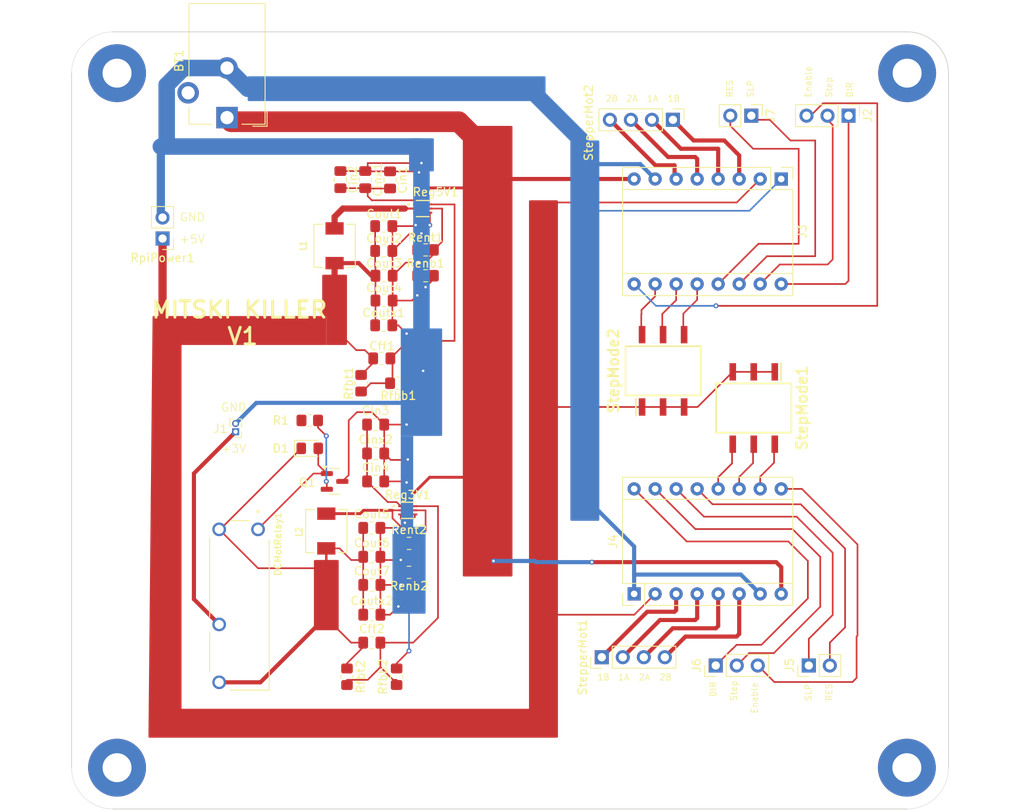
<source format=kicad_pcb>
(kicad_pcb (version 20240108) (generator "pcbnew") (generator_version "8.0")
  (layers (0 "F.Cu" signal) (31 "B.Cu" signal) (34 "B.Paste" user) (35 "F.Paste" user) (36 "B.SilkS" user "B.Silkscreen") (37 "F.SilkS" user "F.Silkscreen") (38 "B.Mask" user) (39 "F.Mask" user) (44 "Edge.Cuts" user))
  (net 0 "")
  (net 1 "GND")
  (net 2 "+12V")
  (net 3 "Net-(Reg5V1-FB)")
  (net 4 "Net-(Reg5V1-EN)")
  (net 5 "+5V")
  (net 6 "+3V")
  (net 7 "Net-(Reg3V1-FB)")
  (net 8 "Net-(Reg3V1-EN)")
  (net 9 "RPIO GPIO 17")
  (net 10 "RPIO GPIO 18")
  (net 11 "Net-(Reg5V1-SW)")
  (net 12 "Net-(Reg3V1-SW)")
  (net 13 "Net-(D1-A)")
  (net 14 "RPIO GPIO 01")
  (net 15 "RPIO GPIO 03")
  (net 16 "RPIO GPIO 02")
  (net 17 "RPIO GPIO 00")
  (net 18 "Net-(DCMotor1-+)")
  (net 19 "RPI GPIO ")
  (net 20 "Net-(J3-MS3)")
  (net 21 "Net-(J3-1A)")
  (net 22 "Net-(J3-2A)")
  (net 23 "Net-(J3-~{SLEEP})")
  (net 24 "Net-(J3-MS1)")
  (net 25 "Net-(J3-~{RESET})")
  (net 26 "Net-(J3-2B)")
  (net 27 "Net-(J3-MS2)")
  (net 28 "Net-(J3-1B)")
  (net 29 "Net-(J4-MS3)")
  (net 30 "Net-(J4-2A)")
  (net 31 "Net-(J4-~{RESET})")
  (net 32 "Net-(J4-~{SLEEP})")
  (net 33 "Net-(J4-MS2)")
  (net 34 "Net-(J4-1A)")
  (net 35 "Net-(J4-MS1)")
  (net 36 "Net-(J4-1B)")
  (net 37 "Net-(J4-2B)")
  (net 38 "Net-(Q1-B)")
  (footprint "Connector_BarrelJack:BarrelJack_CUI_PJ-102AH_Horizontal" (layer "F.Cu") (at 97.7925 44.375 180)
    (property "Reference" "BT1")
    (property "Value" "Battery")
  )
  (footprint "Capacitor_SMD:C_0805_2012Metric_Pad1.18x1.45mm_HandSolder" (layer "F.Cu") (at 116.5 73.5)
    (property "Reference" "Cff1")
    (property "Value" "33pF")
  )
  (footprint "Connector_PinHeader_1.00mm:PinHeader_1x02_P1.00mm_Vertical" (layer "F.Cu") (at 98.83 82.375 180)
    (property "Reference" "J1")
    (property "Value" "Conn_01x02")
  )
  (footprint "Connector_PinHeader_2.54mm:PinHeader_1x02_P2.54mm_Vertical" (layer "F.Cu") (at 90 59 180)
    (property "Reference" "RpiPower1")
    (property "Value" "Conn_01x02")
  )
  (footprint "Capacitor_SMD:C_0805_2012Metric_Pad1.18x1.45mm_HandSolder" (layer "F.Cu") (at 116.73625 57.5)
    (property "Reference" "Cout1")
    (property "Value" "22uF")
  )
  (footprint "Capacitor_SMD:C_0805_2012Metric_Pad1.18x1.45mm_HandSolder" (layer "F.Cu") (at 115.2925 107.875)
    (property "Reference" "Cff2")
    (property "Value" "56pF")
  )
  (footprint "Connector_PinHeader_2.54mm:PinHeader_1x04_P2.54mm_Vertical" (layer "F.Cu") (at 143.09 109.64 90)
    (property "Reference" "StepperMot1")
    (property "Value" "Conn_01x04")
  )
  (footprint "CustomLibrary:SOT5x3_DRL_TEX" (layer "F.Cu") (at 121.4416 55.374999)
    (property "Reference" "Reg5V1")
    (property "Value" "TPS566242DRLR")
  )
  (footprint "Capacitor_SMD:C_0805_2012Metric_Pad1.18x1.45mm_HandSolder" (layer "F.Cu") (at 115.2925 97.5)
    (property "Reference" "Cout6")
    (property "Value" "22uF")
  )
  (footprint "Capacitor_SMD:C_0805_2012Metric_Pad1.18x1.45mm_HandSolder" (layer "F.Cu") (at 114.5 51.875 90)
    (property "Reference" "Cinx1")
    (property "Value" "100nF")
  )
  (footprint "Connector_PinHeader_2.54mm:PinHeader_1x02_P2.54mm_Vertical" (layer "F.Cu") (at 168.115 110.64 90)
    (property "Reference" "J5")
    (property "Value" "Conn_01x02")
  )
  (footprint "Capacitor_SMD:C_0805_2012Metric_Pad1.18x1.45mm_HandSolder" (layer "F.Cu") (at 115.755 81.5)
    (property "Reference" "Cin3")
    (property "Value" "10uF")
  )
  (footprint "Resistor_SMD:R_0805_2012Metric_Pad1.20x1.40mm_HandSolder" (layer "F.Cu") (at 119.7925 95.875)
    (property "Reference" "Rent2")
    (property "Value" "100kOhm")
  )
  (footprint "DipSwitch-3Pin-219-3MST:SOP254P991X385-6N" (layer "F.Cu") (at 150.5 75 90)
    (property "Reference" "StepMode2")
    (property "Value" "219-3MST" (hide yes))
  )
  (footprint "Module:Pololu_Breakout-16_15.2x20.3mm" (layer "F.Cu") (at 147 101.98 90)
    (property "Reference" "J4")
    (property "Value" "Pololu_Breakout_A4988")
  )
  (footprint "ALDP105W:RELAY_ALDP105W" (layer "F.Cu") (at 99.2925 103.375 -90)
    (property "Reference" "DCMotRelay1")
    (property "Value" "ALDP105W")
  )
  (footprint "Resistor_SMD:R_0805_2012Metric_Pad1.20x1.40mm_HandSolder" (layer "F.Cu") (at 112.2925 112 -90)
    (property "Reference" "Rfbt2")
    (property "Value" "120kOhm")
  )
  (footprint "Connector_PinHeader_2.54mm:PinHeader_1x02_P2.54mm_Vertical" (layer "F.Cu") (at 161.165 44.14 -90)
    (property "Reference" "J7")
    (property "Value" "Conn_01x02")
  )
  (footprint "Resistor_SMD:R_0805_2012Metric_Pad1.20x1.40mm_HandSolder" (layer "F.Cu") (at 121.7925 60.375)
    (property "Reference" "Rent1")
    (property "Value" "100kOhm")
  )
  (footprint "Diode_SMD:D_0805_2012Metric_Pad1.15x1.40mm_HandSolder" (layer "F.Cu") (at 107.7925 84.375)
    (property "Reference" "D1")
    (property "Value" "1N4001")
  )
  (footprint "Capacitor_SMD:C_0805_2012Metric_Pad1.18x1.45mm_HandSolder" (layer "F.Cu") (at 115.2925 104.5)
    (property "Reference" "Coutx2")
    (property "Value" "100nF")
  )
  (footprint "Package_TO_SOT_SMD:SOT-23" (layer "F.Cu") (at 110.7925 88.375)
    (property "Reference" "Q1")
    (property "Value" "MMBT2222A")
  )
  (footprint "Resistor_SMD:R_0805_2012Metric_Pad1.20x1.40mm_HandSolder" (layer "F.Cu") (at 121.7925 63.5)
    (property "Reference" "Renb1")
    (property "Value" "15.8kOhm")
  )
  (footprint "Capacitor_SMD:C_0805_2012Metric_Pad1.18x1.45mm_HandSolder" (layer "F.Cu") (at 115.2925 94)
    (property "Reference" "Cout5")
    (property "Value" "22uF")
  )
  (footprint "Capacitor_SMD:C_0805_2012Metric_Pad1.18x1.45mm_HandSolder" (layer "F.Cu") (at 115.2925 100.895)
    (property "Reference" "Cout7")
    (property "Value" "22uF")
  )
  (footprint "Capacitor_SMD:C_0805_2012Metric_Pad1.18x1.45mm_HandSolder" (layer "F.Cu") (at 116.73625 60.5)
    (property "Reference" "Cout2")
    (property "Value" "22uF")
  )
  (footprint "Module:Pololu_Breakout-16_15.2x20.3mm" (layer "F.Cu") (at 164.78 51.8 -90)
    (property "Reference" "J3")
    (property "Value" "Pololu_Breakout_A4988")
  )
  (footprint "CustomLibrary:IND_SPM5030T-2R2M-HZ" (layer "F.Cu") (at 110.7925 59.875 -90)
    (property "Reference" "L1")
    (property "Value" "SPM5030T-2R2M-HZ")
  )
  (footprint "Capacitor_SMD:C_0805_2012Metric_Pad1.18x1.45mm_HandSolder" (layer "F.Cu") (at 115.755 85)
    (property "Reference" "Cinx2")
    (property "Value" "100nF")
  )
  (footprint "DipSwitch-3Pin-219-3MST:SOP254P991X385-6N" (layer "F.Cu") (at 161.46 79.5 -90)
    (property "Reference" "StepMode1")
    (property "Value" "219-3MST" (hide yes))
  )
  (footprint "Resistor_SMD:R_0805_2012Metric_Pad1.20x1.40mm_HandSolder" (layer "F.Cu") (at 119.7925 99.375 180)
    (property "Reference" "Renb2")
    (property "Value" "15.8kOhm")
  )
  (footprint "Capacitor_SMD:C_0805_2012Metric_Pad1.18x1.45mm_HandSolder" (layer "F.Cu") (at 116.77375 66.5)
    (property "Reference" "Cout4")
    (property "Value" "22uF")
  )
  (footprint "Connector_PinHeader_2.54mm:PinHeader_1x04_P2.54mm_Vertical" (layer "F.Cu") (at 151.69 44.64 -90)
    (property "Reference" "StepperMot2")
    (property "Value" "Conn_01x04")
  )
  (footprint "Capacitor_SMD:C_0805_2012Metric_Pad1.18x1.45mm_HandSolder" (layer "F.Cu") (at 111.5 51.875 90)
    (property "Reference" "Cin2")
    (property "Value" "10uF")
  )
  (footprint "MountingHole:MountingHole_3.5mm_Pad_TopBottom" (layer "F.Cu") (at 84.5 123)
    (property "Reference" "REF**" (hide yes))
    (property "Value" "MountingHole_3.5mm_Pad_TopBottom")
  )
  (footprint "MountingHole:MountingHole_3.5mm_Pad_TopBottom" (layer "F.Cu") (at 84.5 39)
    (property "Reference" "REF**" (hide yes))
    (property "Value" "MountingHole_3.5mm_Pad_TopBottom")
  )
  (footprint "Capacitor_SMD:C_0805_2012Metric_Pad1.18x1.45mm_HandSolder" (layer "F.Cu") (at 115.755 88.375)
    (property "Reference" "Cin4")
    (property "Value" "10uF")
  )
  (footprint "Capacitor_SMD:C_0805_2012Metric_Pad1.18x1.45mm_HandSolder" (layer "F.Cu") (at 116.77375 63.5)
    (property "Reference" "Cout3")
    (property "Value" "22uF")
  )
  (footprint "Capacitor_SMD:C_0805_2012Metric_Pad1.18x1.45mm_HandSolder" (layer "F.Cu") (at 116.73625 69.5)
    (property "Reference" "Coutx1")
    (property "Value" "100nF")
  )
  (footprint "Capacitor_SMD:C_0805_2012Metric_Pad1.18x1.45mm_HandSolder" (layer "F.Cu") (at 117.5 51.9125 90)
    (property "Reference" "Cin1")
    (property "Value" "10uF")
  )
  (footprint "Connector_PinHeader_2.54mm:PinHeader_1x03_P2.54mm_Vertical" (layer "F.Cu") (at 156.865 110.64 90)
    (property "Reference" "J6")
    (property "Value" "Conn_01x03")
  )
  (footprint "CustomLibrary:SOT5x3_DRL_TEX" (layer "F.Cu") (at 119.6434 91.875)
    (property "Reference" "Reg3V1")
    (property "Value" "TPS566242DRLR")
  )
  (footprint "MountingHole:MountingHole_3.5mm_Pad_TopBottom" (layer "F.Cu") (at 180 39)
    (property "Reference" "REF**" (hide yes))
    (property "Value" "MountingHole_3.5mm_Pad_TopBottom")
  )
  (footprint "CustomLibrary:IND_SPM5030T-2R2M-HZ" (layer "F.Cu") (at 109.7925 94.375 -90)
    (property "Reference" "L2")
    (property "Value" "SPM5030T-2R2M-HZ")
  )
  (footprint "Resistor_SMD:R_0805_2012Metric_Pad1.20x1.40mm_HandSolder" (layer "F.Cu") (at 118.2925 112 90)
    (property "Reference" "Rfbb2")
    (property "Value" "30kOhm")
  )
  (footprint "Connector_PinHeader_2.54mm:PinHeader_1x03_P2.54mm_Vertical" (layer "F.Cu") (at 172.915 44.14 -90)
    (property "Reference" "J2")
    (property "Value" "Conn_01x03")
  )
  (footprint "Resistor_SMD:R_0805_2012Metric_Pad1.20x1.40mm_HandSolder" (layer "F.Cu") (at 107.7925 81)
    (property "Reference" "R1")
    (property "Value" "R_US")
  )
  (footprint "Resistor_SMD:R_0805_2012Metric_Pad1.20x1.40mm_HandSolder" (layer "F.Cu") (at 118.5 76.5)
    (property "Reference" "Rfbb1")
    (property "Value" "30kOhm")
  )
  (footprint "Resistor_SMD:R_0805_2012Metric_Pad1.20x1.40mm_HandSolder" (layer "F.Cu") (at 114 76.5 -90)
    (property "Reference" "Rfbt1")
    (property "Value" "220kOhm")
  )
  (footprint "MountingHole:MountingHole_3.5mm_Pad_TopBottom" (layer "F.Cu") (at 179.964466 123)
    (property "Reference" "REF**" (hide yes))
    (property "Value" "MountingHole_3.5mm_Pad_TopBottom")
  )
  (gr_arc (start 180 34) (mid 183.535534 35.464466) (end 185 39) (stroke (width 0.1)) (layer "Edge.Cuts"))
  (gr_line (start 185 39) (end 185 123) (stroke (width 0.1)) (layer "Edge.Cuts"))
  (gr_arc (start 79 39) (mid 80.464466 35.464466) (end 84 34) (stroke (width 0.05)) (layer "Edge.Cuts"))
  (gr_line (start 84 34) (end 180 34) (stroke (width 0.1)) (layer "Edge.Cuts"))
  (gr_line (start 79 123) (end 79 39) (stroke (width 0.1)) (layer "Edge.Cuts"))
  (gr_arc (start 84 128) (mid 80.469629 126.530371) (end 79 123) (stroke (width 0.05)) (layer "Edge.Cuts"))
  (gr_line (start 180 128) (end 84 128) (stroke (width 0.1)) (layer "Edge.Cuts"))
  (gr_arc (start 185 123) (mid 183.535534 126.535534) (end 180 128) (stroke (width 0.05)) (layer "Edge.Cuts"))
  (gr_text "1A\n" (at 148.5 42.5 0) (layer "F.SilkS") (effects (font (size 0.75 0.75) (thickness 0.1)) (justify left bottom)))
  (gr_text "SLP" (at 168.5 115 90) (layer "F.SilkS") (effects (font (size 0.75 0.75) (thickness 0.1)) (justify left bottom)))
  (gr_text "DIR" (at 173.5 42 90) (layer "F.SilkS") (effects (font (size 0.75 0.75) (thickness 0.1)) (justify left bottom)))
  (gr_text "2B\n" (at 143.5 42.5 0) (layer "F.SilkS") (effects (font (size 0.75 0.75) (thickness 0.1)) (justify left bottom)))
  (gr_text "+5V" (at 92 59.665 0) (layer "F.SilkS") (effects (font (size 1 1) (thickness 0.1)) (justify left bottom)))
  (gr_text "Enable" (at 162 116.5 90) (layer "F.SilkS") (effects (font (size 0.75 0.75) (thickness 0.1)) (justify left bottom)))
  (gr_text "1A\n" (at 145 112.5 0) (layer "F.SilkS") (effects (font (size 0.75 0.75) (thickness 0.1)) (justify left bottom)))
  (gr_text "GND" (at 97 80 0) (layer "F.SilkS") (effects (font (size 1 1) (thickness 0.1)) (justify left bottom)))
  (gr_text "Step\n" (at 159.5 115 90) (layer "F.SilkS") (effects (font (size 0.75 0.75) (thickness 0.1)) (justify left bottom)))
  (gr_text "RES" (at 171 115 90) (layer "F.SilkS") (effects (font (size 0.75 0.75) (thickness 0.1)) (justify left bottom)))
  (gr_text "Step\n" (at 171 42 90) (layer "F.SilkS") (effects (font (size 0.75 0.75) (thickness 0.1)) (justify left bottom)))
  (gr_text "RES" (at 159 42 90) (layer "F.SilkS") (effects (font (size 0.75 0.75) (thickness 0.1)) (justify left bottom)))
  (gr_text "2B\n" (at 150 112.5 0) (layer "F.SilkS") (effects (font (size 0.75 0.75) (thickness 0.1)) (justify left bottom)))
  (gr_text "DIR" (at 157 114.5 90) (layer "F.SilkS") (effects (font (size 0.75 0.75) (thickness 0.1)) (justify left bottom)))
  (gr_text "GND" (at 92 57 0) (layer "F.SilkS") (effects (font (size 1 1) (thickness 0.1)) (justify left bottom)))
  (gr_text "2A" (at 146 42.5 0) (layer "F.SilkS") (effects (font (size 0.75 0.75) (thickness 0.1)) (justify left bottom)))
  (gr_text "+3V" (at 97 85 0) (layer "F.SilkS") (effects (font (size 1 1) (thickness 0.1)) (justify left bottom)))
  (gr_text "2A" (at 147.5 112.5 0) (layer "F.SilkS") (effects (font (size 0.75 0.75) (thickness 0.1)) (justify left bottom)))
  (gr_text "Enable" (at 168.5 42 90) (layer "F.SilkS") (effects (font (size 0.75 0.75) (thickness 0.1)) (justify left bottom)))
  (gr_text "MITSKI KILLER \n      V1\n" (at 88.5 72 0) (layer "F.SilkS") (effects (font (size 2 2) (thickness 0.35) (bold yes)) (justify left bottom)))
  (gr_text "1B" (at 151 42.5 0) (layer "F.SilkS") (effects (font (size 0.75 0.75) (thickness 0.1)) (justify left bottom)))
  (gr_text "SLP" (at 161.5 42 90) (layer "F.SilkS") (effects (font (size 0.75 0.75) (thickness 0.1)) (justify left bottom)))
  (gr_text "1B" (at 142.5 112.5 0) (layer "F.SilkS") (effects (font (size 0.75 0.75) (thickness 0.1)) (justify left bottom)))
  (segment (start 117.77375 69.5) (end 118.5 69.5) (width 0.2) (layer "F.Cu") (net 1))
  (segment (start 122.2925 55.874998) (end 122.2925 57.375) (width 0.25) (layer "F.Cu") (net 1))
  (segment (start 119.375 88.375) (end 119.5 88.5) (width 0.2) (layer "F.Cu") (net 1))
  (segment (start 114.7925 49.875) (end 114.7925 50.8375) (width 0.2) (layer "F.Cu") (net 1))
  (segment (start 114.7925 50.8375) (end 115.255 50.8375) (width 0.2) (layer "F.Cu") (net 1))
  (segment (start 120.4943 92.6732) (end 120.4943 92.374999) (width 0.2) (layer "F.Cu") (net 1))
  (segment (start 118.7925 92.374999) (end 118.7925 92.875) (width 0.2) (layer "F.Cu") (net 1))
  (segment (start 121.2925 49.875) (end 114.7925 49.875) (width 0.2) (layer "F.Cu") (net 1))
  (segment (start 120.5907 57.375) (end 120.5907 55.874998) (width 0.25) (layer "F.Cu") (net 1))
  (segment (start 116.33 103.905) (end 116.33 100.895) (width 0.2) (layer "F.Cu") (net 1))
  (segment (start 119.642498 85.724998) (end 119.592496 85.775) (width 0.2) (layer "F.Cu") (net 1))
  (segment (start 117.5 104.5) (end 118.5 103.5) (width 0.2) (layer "F.Cu") (net 1))
  (segment (start 117.5675 85.775) (end 116.7925 85) (width 0.2) (layer "F.Cu") (net 1))
  (segment (start 117.81125 64) (end 117.81125 66.5) (width 0.2) (layer "F.Cu") (net 1))
  (segment (start 120.1675 66.5) (end 120.7925 65.875) (width 0.2) (layer "F.Cu") (net 1))
  (segment (start 118.5 69.5) (end 119.5 70.5) (width 0.2) (layer "F.Cu") (net 1))
  (segment (start 121.2925 58.375) (end 119.89875 58.375) (width 0.2) (layer "F.Cu") (net 1))
  (segment (start 117.77375 66.5375) (end 117.81125 66.5) (width 0.2) (layer "F.Cu") (net 1))
  (segment (start 118.7725 100.895) (end 118.7925 100.875) (width 0.2) (layer "F.Cu") (net 1))
  (segment (start 116.7925 88.375) (end 116.7925 85) (width 0.2) (layer "F.Cu") (net 1))
  (segment (start 119.7925 93.375) (end 119.2925 93.375) (width 0.2) (layer "F.Cu") (net 1))
  (segment (start 115.2925 50.875) (end 117.2925 50.875) (width 0.2) (layer "F.Cu") (net 1))
  (segment (start 117.81125 66.5) (end 120.1675 66.5) (width 0.2) (layer "F.Cu") (net 1))
  (segment (start 112.2825 50.8375) (end 114.7925 50.8375) (width 0.2) (layer "F.Cu") (net 1))
  (segment (start 119.89875 58.375) (end 117.77375 60.5) (width 0.2) (layer "F.Cu") (net 1))
  (segment (start 120.1675 75) (end 119.5 75.6675) (width 0.2) (layer "F.Cu") (net 1))
  (segment (start 119.7925 85.574996) (end 119.642498 85.724998) (width 0.2) (layer "F.Cu") (net 1))
  (segment (start 117.77375 69) (end 117.77375 66.5375) (width 0.2) (layer "F.Cu") (net 1))
  (segment (start 117.77375 57.5) (end 117.77375 60.5) (width 0.2) (layer "F.Cu") (net 1))
  (segment (start 112.5 87.605) (end 112.5 81) (width 0.2) (layer "F.Cu") (net 1))
  (segment (start 115.255 50.8375) (end 115.2925 50.875) (width 0.2) (layer "F.Cu") (net 1))
  (segment (start 117.77375 63.4625) (end 117.81125 63.5) (width 0.2) (layer "F.Cu") (net 1))
  (segment (start 116.7925 82) (end 116.7925 85) (width 0.2) (layer "F.Cu") (net 1))
  (segment (start 116.7925 88.375) (end 119.375 88.375) (width 0.2) (layer "F.Cu") (net 1))
  (segment (start 117.77375 60.5) (end 117.77375 63.4625) (width 0.2) (layer "F.Cu") (net 1))
  (segment (start 117.5 50.875) (end 120.875 50.875) (width 0.2) (layer "F.Cu") (net 1))
  (segment (start 116.33 100.895) (end 118.7725 100.895) (width 0.2) (layer "F.Cu") (net 1))
  (segment (start 121.5 75) (end 120.1675 75) (width 0.2) (layer "F.Cu") (net 1))
  (segment (start 120.875 50.875) (end 121 51) (width 0.2) (layer "F.Cu") (net 1))
  (segment (start 116.33 97.885) (end 118.7825 97.885) (width 0.2) (layer "F.Cu") (net 1))
  (segment (start 115.2925 80) (end 116.7925 81.5) (width 0.2) (layer "F.Cu") (net 1))
  (segment (start 117.77375 60.5) (end 117.77375 63.9625) (width 0.2) (layer "F.Cu") (net 1))
  (segment (start 119.592496 85.775) (end 117.5675 85.775) (width 0.2) (layer "F.Cu") (net 1))
  (segment (start 112.5 81) (end 113.5 80) (width 0.2) (layer "F.Cu") (net 1))
  (segment (start 118.7825 97.885) (end 118.7925 97.875) (width 0.2) (layer "F.Cu") (net 1))
  (segment (start 118.1925 94.19489) (end 117.99761 94) (width 0.2) (layer "F.Cu") (net 1))
  (segment (start 117.81125 63.5) (end 119.401765 61.909485) (width 0.2) (layer "F.Cu") (net 1))
  (segment (start 119.401765 61.909485) (end 120.909485 61.909485) (width 0.2) (layer "F.Cu") (net 1))
  (segment (start 118.2925 110.375) (end 119.7925 108.875) (width 0.2) (layer "F.Cu") (net 1))
  (segment (start 117.77375 57.5) (end 120.4657 57.5) (width 0.2) (layer "F.Cu") (net 1))
  (segment (start 119.5 75.6675) (end 119.5 76.5) (width 0.2) (layer "F.Cu") (net 1))
  (segment (start 122.7925 63.875) (end 121.7925 64.875) (width 0.2) (layer "F.Cu") (net 1))
  (segment (start 116.33 94) (end 116.33 97.885) (width 0.2) (layer "F.Cu") (net 1))
  (segment (start 120.4657 57.5) (end 120.5907 57.375) (width 0.2) (layer "F.Cu") (net 1))
  (segment (start 118.7925 92.875) (end 119.2925 93.375) (width 0.2) (layer "F.Cu") (net 1))
  (segment (start 117.77375 63.9625) (end 117.81125 64) (width 0.2) (layer "F.Cu") (net 1))
  (segment (start 119.7925 93.375) (end 120.4943 92.6732) (width 0.2) (layer "F.Cu") (net 1))
  (segment (start 122.7925 62.875) (end 122.7925 63.875) (width 0.2) (layer "F.Cu") (net 1))
  (segment (start 116.33 97.885) (end 116.33 100.895) (width 0.2) (layer "F.Cu") (net 1))
  (segment (start 111.73 88.375) (end 112.5 87.605) (width 0.2) (layer "F.Cu") (net 1))
  (segment (start 118.7925 98.875) (end 118.7925 97.875) (width 0.2) (layer "F.Cu") (net 1))
  (segment (start 113.5 80) (end 115.2925 80) (width 0.2) (layer "F.Cu") (net 1))
  (segment (start 117.99761 94) (end 116.33 94) (width 0.2) (layer "F.Cu") (net 1))
  (segment (start 116.7925 81.5) (end 119.5 81.5) (width 0.2) (layer "F.Cu") (net 1))
  (segment (start 116.33 104.5) (end 117.5 104.5) (width 0.2) (layer "F.Cu") (net 1))
  (via (at 119.5 70.5) (size 0.6) (drill 0.3) (layers "F.Cu" "B.Cu") (net 1))
  (via (at 120.5907 57.375) (size 0.6) (drill 0.3) (layers "F.Cu" "B.Cu") (net 1))
  (via (at 120.909485 61.909485) (size 0.6) (drill 0.3) (layers "F.Cu" "B.Cu") (net 1))
  (via (at 119.2925 93.375) (size 0.6) (drill 0.3) (layers "F.Cu" "B.Cu") (net 1))
  (via (at 121 51) (size 0.6) (drill 0.3) (layers "F.Cu" "B.Cu") (net 1))
  (via (at 121.7925 64.875) (size 0.6) (drill 0.3) (layers "F.Cu" "B.Cu") (net 1))
  (via (at 122.2925 57.375) (size 0.6) (drill 0.3) (layers "F.Cu" "B.Cu") (net 1))
  (via (at 119.5 88.5) (size 0.6) (drill 0.3) (layers "F.Cu" "B.Cu") (net 1))
  (via (at 119.642498 85.724998) (size 0.6) (drill 0.3) (layers "F.Cu" "B.Cu") (net 1))
  (via (at 118.7925 97.875) (size 0.6) (drill 0.3) (layers "F.Cu" "B.Cu") (net 1))
  (via (at 119.5 81.5) (size 0.6) (drill 0.3) (layers "F.Cu" "B.Cu") (net 1))
  (via (at 119.7925 108.875) (size 0.6) (drill 0.3) (layers "F.Cu" "B.Cu") (net 1))
  (via (at 118.7925 100.875) (size 0.6) (drill 0.3) (layers "F.Cu" "B.Cu") (net 1))
  (via (at 118.5 103.5) (size 0.6) (drill 0.3) (layers "F.Cu" "B.Cu") (net 1))
  (via (at 121.2925 58.375) (size 0.6) (drill 0.3) (layers "F.Cu" "B.Cu") (net 1))
  (via (at 121.2925 49.875) (size 0.6) (drill 0.3) (layers "F.Cu" "B.Cu") (net 1))
  (via (at 118.1925 94.19489) (size 0.6) (drill 0.3) (layers "F.Cu" "B.Cu") (net 1))
  (via (at 121.5 75) (size 0.6) (drill 0.3) (layers "F.Cu" "B.Cu") (net 1))
  (via (at 120.7925 65.875) (size 0.6) (drill 0.3) (layers "F.Cu" "B.Cu") (net 1))
  (segment (start 100.2925 40.875) (end 101.7925 40.875) (width 2) (layer "B.Cu") (net 1))
  (segment (start 147 99.64) (end 147 96.25) (width 0.5) (layer "B.Cu") (net 1))
  (segment (start 159.9 99.64) (end 162.24 101.98) (width 0.5) (layer "B.Cu") (net 1))
  (segment (start 149.54 51.8) (end 147.74 50) (width 0.5) (layer "B.Cu") (net 1))
  (segment (start 121.2925 47.875) (end 89.7925 47.875) (width 2) (layer "B.Cu") (net 1))
  (segment (start 140.5 47) (end 134 40.5) (width 2) (layer "B.Cu") (net 1))
  (segment (start 89.7925 56.2525) (end 90 56.46) (width 1) (layer "B.Cu") (net 1))
  (segment (start 140.5 48.5) (end 140.5 47) (width 2) (layer "B.Cu") (net 1))
  (segment (start 147 99.64) (end 159.9 99.64) (width 0.5) (layer "B.Cu") (net 1))
  (segment (start 97.7925 38.375) (end 100.2925 40.875) (width 2) (layer "B.Cu") (net 1))
  (segment (start 147 96.25) (end 142.75 92) (width 0.5) (layer "B.Cu") (net 1))
  (segment (start 101.33 78.875) (end 120.2925 78.875) (width 0.5) (layer "B.Cu") (net 1))
  (segment (start 147 101.98) (end 147 99.64) (width 0.5) (layer "B.Cu") (net 1))
  (segment (start 119.7925 103.375) (end 119.7925 108.875) (width 0.2) (layer "B.Cu") (net 1))
  (segment (start 147.74 50) (end 141.5 50) (width 0.5) (layer "B.Cu") (net 1))
  (segment (start 89.7925 47.875) (end 89.7925 56.2525) (width 1) (layer "B.Cu") (net 1))
  (segment (start 164.78 51.8) (end 160.94 55.64) (width 0.2) (layer "B.Cu") (net 1))
  (segment (start 90.5 47.1675) (end 90.5 40.431966) (width 2) (layer "B.Cu") (net 1))
  (segment (start 160.94 55.64) (end 141.5 55.64) (width 0.2) (layer "B.Cu") (net 1))
  (segment (start 90.5 40.431966) (end 92.556966 38.375) (width 2) (layer "B.Cu") (net 1))
  (segment (start 98.83 81.375) (end 101.33 78.875) (width 0.5) (layer "B.Cu") (net 1))
  (segment (start 142.75 92) (end 141 92) (width 0.5) (layer "B.Cu") (net 1))
  (segment (start 92.556966 38.375) (end 97.7925 38.375) (width 2) (layer "B.Cu") (net 1))
  (segment (start 147 51.8) (end 131.7 51.8) (width 0.5) (layer "F.Cu") (net 2))
  (segment (start 117.2925 52.95) (end 114.83 52.95) (width 0.2) (layer "F.Cu") (net 2))
  (segment (start 114.7175 82) (end 114.7175 85) (width 0.2) (layer "F.Cu") (net 2))
  (segment (start 115.2925 54.375) (end 114.7925 53.875) (width 0.2) (layer "F.Cu") (net 2))
  (segment (start 114.7175 88.375) (end 114.7175 85) (width 0.2) (layer "F.Cu") (net 2))
  (segment (start 119.292501 90.875) (end 122.292501 87.875) (width 0.35) (layer "F.Cu") (net 2))
  (segment (start 118.2925 90.875) (end 118.2925 90.875001) (width 0.2) (layer "F.Cu") (net 2))
  (segment (start 114.7925 53.875) (end 114.7925 52.9125) (width 0.2) (layer "F.Cu") (net 2))
  (segment (start 114.83 52.95) (end 114.7925 52.9125) (width 0.2) (layer "F.Cu") (net 2))
  (segment (start 120.5907 54.875) (end 120.5907 54.1732) (width 0.25) (layer "F.Cu") (net 2))
  (segment (start 125.7925 44.875) (end 98.2925 44.875) (width 2.5) (layer "F.Cu") (net 2))
  (segment (start 118.2925 90.875001) (end 118.7925 91.375001) (width 0.2) (layer "F.Cu") (net 2))
  (segment (start 121.8889 52.875) (end 127.2925 52.875) (width 0.35) (layer "F.Cu") (net 2))
  (segment (start 98.2925 44.875) (end 97.7925 44.375) (width 2) (layer "F.Cu") (net 2))
  (segment (start 127.7925 46.875) (end 125.7925 44.875) (width 2.5) (layer "F.Cu") (net 2))
  (segment (start 114.7175 88.375) (end 117.2175 90.875) (width 0.2) (layer "F.Cu") (net 2))
  (segment (start 120.3889 54.375) (end 120.5907 54.1732) (width 0.2) (layer "F.Cu") (net 2))
  (segment (start 164.17 98.14) (end 141.89 98.14) (width 0.5) (layer "F.Cu") (net 2))
  (segment (start 117.2175 90.875) (end 118.2925 90.875) (width 0.2) (layer "F.Cu") (net 2))
  (segment (start 164.78 101.98) (end 164.78 98.75) (width 0.5) (layer "F.Cu") (net 2))
  (segment (start 115.2925 54.375) (end 120.3889 54.375) (width 0.2) (layer "F.Cu") (net 2))
  (segment (start 118.7925 91.375001) (end 119.292501 90.875) (width 0.25) (layer "F.Cu") (net 2))
  (segment (start 122.292501 87.875) (end 127.7925 87.875) (width 0.35) (layer "F.Cu") (net 2))
  (segment (start 164.78 98.75) (end 164.17 98.14) (width 0.5) (layer "F.Cu") (net 2))
  (segment (start 131.7 51.8) (end 131.5 52) (width 0.2) (layer "F.Cu") (net 2))
  (segment (start 112.2825 52.9125) (end 114.7925 52.9125) (width 0.2) (layer "F.Cu") (net 2))
  (segment (start 120.5907 54.1732) (end 121.8889 52.875) (width 0.35) (layer "F.Cu") (net 2))
  (via (at 130 98) (size 0.6) (drill 0.3) (layers "F.Cu" "B.Cu") (net 2))
  (via (at 141.89 98.14) (size 0.6) (drill 0.3) (layers "F.Cu" "B.Cu") (net 2))
  (segment (start 135 98) (end 135.14 98.14) (width 0.5) (layer "B.Cu") (net 2))
  (segment (start 130 98) (end 135 98) (width 0.5) (layer "B.Cu") (net 2))
  (segment (start 135.14 98.14) (end 141.89 98.14) (width 0.5) (layer "B.Cu") (net 2))
  (segment (start 119.6625 71.375) (end 117.5375 73.5) (width 0.2) (layer "F.Cu") (net 3))
  (segment (start 117.5 76.5) (end 117.7925 76.2075) (width 0.2) (layer "F.Cu") (net 3))
  (segment (start 115.1675 76.5) (end 117.5 76.5) (width 0.2) (layer "F.Cu") (net 3))
  (segment (start 117.7925 76.2075) (end 117.7925 73.755) (width 0.2) (layer "F.Cu") (net 3))
  (segment (start 125.2925 54.875) (end 125.2925 71.375) (width 0.2) (layer "F.Cu") (net 3))
  (segment (start 114 77.5) (end 114.1675 77.5) (width 0.2) (layer "F.Cu") (net 3))
  (segment (start 122.2925 54.875) (end 125.2925 54.875) (width 0.2) (layer "F.Cu") (net 3))
  (segment (start 125.2925 71.375) (end 119.6625 71.375) (width 0.2) (layer "F.Cu") (net 3))
  (segment (start 117.7925 73.755) (end 117.5375 73.5) (width 0.2) (layer "F.Cu") (net 3))
  (segment (start 114.1675 77.5) (end 115.1675 76.5) (width 0.2) (layer "F.Cu") (net 3))
  (segment (start 123.7925 55.375) (end 123.792499 55.374999) (width 0.2) (layer "F.Cu") (net 4))
  (segment (start 120.7925 62.875) (end 122.7925 60.875) (width 0.2) (layer "F.Cu") (net 4))
  (segment (start 123.7925 59.375) (end 123.7925 55.375) (width 0.2) (layer "F.Cu") (net 4))
  (segment (start 122.7925 60.375) (end 123.7925 59.375) (width 0.2) (layer "F.Cu") (net 4))
  (segment (start 123.792499 55.374999) (end 122.2925 55.374999) (width 0.2) (layer "F.Cu") (net 4))
  (segment (start 122.7925 60.875) (end 122.7925 60.375) (width 0.2) (layer "F.Cu") (net 4))
  (segment (start 115.69875 57.85375) (end 115.69875 61.5) (width 0.2) (layer "F.Cu") (net 5))
  (segment (start 114.4625 72.5) (end 113.4175 72.5) (width 0.2) (layer "F.Cu") (net 5))
  (segment (start 153.04 79.375) (end 150.5 79.375) (width 0.2) (layer "F.Cu") (net 5))
  (segment (start 115.69875 61.5) (end 115.69875 62.425) (width 0.2) (layer "F.Cu") (net 5))
  (segment (start 158.92 75.125) (end 161.46 75.125) (width 0.2) (layer "F.Cu") (net 5))
  (segment (start 115.4625 73.5) (end 114.4625 72.5) (width 0.2) (layer "F.Cu") (net 5))
  (segment (start 113.71125 61.975) (end 110.7925 61.975) (width 0.5) (layer "F.Cu") (net 5))
  (segment (start 115.73625 64) (end 113.71125 61.975) (width 0.5) (layer "F.Cu") (net 5))
  (segment (start 90 59) (end 90 69.5) (width 1) (layer "F.Cu") (net 5))
  (segment (start 162.24 51.8) (end 159.4 54.64) (width 0.2) (layer "F.Cu") (net 5))
  (segment (start 154.67 79.375) (end 158.92 75.125) (width 0.2) (layer "F.Cu") (net 5))
  (segment (start 161.46 75.125) (end 164 75.125) (width 0.2) (layer "F.Cu") (net 5))
  (segment (start 137.36 54.64) (end 136 56) (width 0.2) (layer "F.Cu") (net 5))
  (segment (start 115.73625 68.9625) (end 115.69875 69) (width 0.2) (layer "F.Cu") (net 5))
  (segment (start 115.73625 62.4625) (end 115.73625 64) (width 0.2) (layer "F.Cu") (net 5))
  (segment (start 115.73625 64) (end 115.27375 63.5375) (width 0.2) (layer "F.Cu") (net 5))
  (segment (start 147.96 79.375) (end 150.5 79.375) (width 0.2) (layer "F.Cu") (net 5))
  (segment (start 115.4625 74.0375) (end 115.4625 73.5) (width 0.2) (layer "F.Cu") (net 5))
  (segment (start 115.69875 62.425) (end 115.73625 62.4625) (width 0.2) (layer "F.Cu") (net 5))
  (segment (start 159.4 54.64) (end 137.36 54.64) (width 0.2) (layer "F.Cu") (net 5))
  (segment (start 115.27375 63.5375) (end 115.27375 62.89375) (width 0.2) (layer "F.Cu") (net 5))
  (segment (start 136.5 79.5) (end 136.625 79.375) (width 0.2) (layer "F.Cu") (net 5))
  (segment (start 113.4175 72.5) (end 111.2925 70.375) (width 0.2) (layer "F.Cu") (net 5))
  (segment (start 147.02 104.5) (end 136 104.5) (width 0.2) (layer "F.Cu") (net 5))
  (segment (start 149.54 101.98) (end 147.02 104.5) (width 0.2) (layer "F.Cu") (net 5))
  (segment (start 110.7925 61.975) (end 110.7925 63.875) (width 0.75) (layer "F.Cu") (net 5))
  (segment (start 115.73625 64) (end 115.73625 66.5) (width 0.2) (layer "F.Cu") (net 5))
  (segment (start 114 75.5) (end 115.4625 74.0375) (width 0.2) (layer "F.Cu") (net 5))
  (segment (start 115.73625 66.5) (end 115.73625 68.9625) (width 0.2) (layer "F.Cu") (net 5))
  (segment (start 153.04 79.375) (end 154.67 79.375) (width 0.2) (layer "F.Cu") (net 5))
  (segment (start 147.96 79.375) (end 136.625 79.375) (width 0.2) (layer "F.Cu") (net 5))
  (segment (start 109.7925 98.875) (end 101.5425 98.875) (width 0.2) (layer "F.Cu") (net 6))
  (segment (start 112.7925 107.875) (end 110.7925 105.875) (width 0.2) (layer "F.Cu") (net 6))
  (segment (start 114.255 97.885) (end 112.8025 97.885) (width 0.2) (layer "F.Cu") (net 6))
  (segment (start 112.8025 97.885) (end 111.3925 96.475) (width 0.2) (layer "F.Cu") (net 6))
  (segment (start 114.255 107.875) (end 112.7925 107.875) (width 0.2) (layer "F.Cu") (net 6))
  (segment (start 114.255 94) (end 114.255 97.885) (width 0.2) (layer "F.Cu") (net 6))
  (segment (start 114.255 100.895) (end 114.255 97.885) (width 0.2) (layer "F.Cu") (net 6))
  (segment (start 112.2925 110.375) (end 114.255 108.4125) (width 0.2) (layer "F.Cu") (net 6))
  (segment (start 101.5425 98.875) (end 96.8425 94.175) (width 0.2) (layer "F.Cu") (net 6))
  (segment (start 114.255 108.4125) (end 114.255 107.875) (width 0.2) (layer "F.Cu") (net 6))
  (segment (start 109.7925 96.475) (end 109.7925 98.375) (width 0.3) (layer "F.Cu") (net 6))
  (segment (start 114.255 103.905) (end 114.255 100.895) (width 0.2) (layer "F.Cu") (net 6))
  (segment (start 106.7675 84.375) (end 96.9675 94.175) (width 0.2) (layer "F.Cu") (net 6))
  (segment (start 96.8425 112.675) (end 101.825 112.675) (width 0.5) (layer "F.Cu") (net 6))
  (segment (start 101.825 112.675) (end 109 105.5) (width 0.5) (layer "F.Cu") (net 6))
  (segment (start 111.3925 96.475) (end 109.7925 96.475) (width 0.2) (layer "F.Cu") (net 6))
  (segment (start 96.9675 94.175) (end 96.8425 94.175) (width 0.2) (layer "F.Cu") (net 6))
  (segment (start 115.7925 111.375) (end 114.7925 112.375) (width 0.2) (layer "F.Cu") (net 7))
  (segment (start 120.4943 91.375001) (end 123.292499 91.375001) (width 0.2) (layer "F.Cu") (net 7))
  (segment (start 117.8675 112.375) (end 116.33 110.8375) (width 0.2) (layer "F.Cu") (net 7))
  (segment (start 114.7925 112.375) (end 112.2925 112.375) (width 0.2) (layer "F.Cu") (net 7))
  (segment (start 116.33 110.8375) (end 116.33 107.875) (width 0.2) (layer "F.Cu") (net 7))
  (segment (start 123.2925 104.875) (end 120.2925 107.875) (width 0.2) (layer "F.Cu") (net 7))
  (segment (start 118.2925 112.375) (end 117.8675 112.375) (width 0.2) (layer "F.Cu") (net 7))
  (segment (start 123.292499 91.375001) (end 123.2925 91.375) (width 0.2) (layer "F.Cu") (net 7))
  (segment (start 115.7925 111.375) (end 116.33 110.8375) (width 0.2) (layer "F.Cu") (net 7))
  (segment (start 120.2925 107.875) (end 116.33 107.875) (width 0.2) (layer "F.Cu") (net 7))
  (segment (start 123.2925 91.375) (end 123.2925 104.875) (width 0.2) (layer "F.Cu") (net 7))
  (segment (start 121.7925 94.375) (end 121.7925 91.875) (width 0.2) (layer "F.Cu") (net 8))
  (segment (start 120.7925 95.375) (end 121.7925 94.375) (width 0.2) (layer "F.Cu") (net 8))
  (segment (start 120.7925 95.875) (end 120.7925 95.375) (width 0.2) (layer "F.Cu") (net 8))
  (segment (start 120.7925 99.375) (end 120.7925 95.875) (width 0.2) (layer "F.Cu") (net 8))
  (segment (start 121.7925 91.875) (end 120.4943 91.875) (width 0.2) (layer "F.Cu") (net 8))
  (segment (start 168 102.53) (end 168 98) (width 0.2) (layer "F.Cu") (net 9))
  (segment (start 156.865 110.64) (end 158.865 108.64) (width 0.2) (layer "F.Cu") (net 9))
  (segment (start 159.39 108.14) (end 162.39 108.14) (width 0.2) (layer "F.Cu") (net 9))
  (segment (start 153.36 95.64) (end 147 89.28) (width 0.2) (layer "F.Cu") (net 9))
  (segment (start 158.865 108.64) (end 158.89 108.64) (width 0.2) (layer "F.Cu") (net 9))
  (segment (start 165.64 95.64) (end 153.36 95.64) (width 0.2) (layer "F.Cu") (net 9))
  (segment (start 158.89 108.64) (end 159.39 108.14) (width 0.2) (layer "F.Cu") (net 9))
  (segment (start 162.39 108.14) (end 168 102.53) (width 0.2) (layer "F.Cu") (net 9))
  (segment (start 168 98) (end 165.64 95.64) (width 0.2) (layer "F.Cu") (net 9))
  (segment (start 169.5 103.53) (end 169.5 97.5) (width 0.2) (layer "F.Cu") (net 10))
  (segment (start 154.4 94.14) (end 149.54 89.28) (width 0.2) (layer "F.Cu") (net 10))
  (segment (start 169.5 97.5) (end 166.14 94.14) (width 0.2) (layer "F.Cu") (net 10))
  (segment (start 166.14 94.14) (end 154.4 94.14) (width 0.2) (layer "F.Cu") (net 10))
  (segment (start 163.89 109.14) (end 169.5 103.53) (width 0.2) (layer "F.Cu") (net 10))
  (segment (start 160.905 109.14) (end 163.89 109.14) (width 0.2) (layer "F.Cu") (net 10))
  (segment (start 159.405 110.64) (end 160.905 109.14) (width 0.2) (layer "F.Cu") (net 10))
  (segment (start 121.2925 55.557698) (end 121.109801 55.374999) (width 0.2) (layer "F.Cu") (net 11))
  (segment (start 121.8925 57.823529) (end 121.2925 57.223529) (width 0.2) (layer "F.Cu") (net 11))
  (segment (start 120.5907 55.374999) (end 119.292501 55.374999) (width 0.25) (layer "F.Cu") (net 11))
  (segment (start 121.8925 59.275) (end 121.8925 57.823529) (width 0.2) (layer "F.Cu") (net 11))
  (segment (start 111.7925 55.375) (end 119.2925 55.375) (width 0.75) (layer "F.Cu") (net 11))
  (segment (start 119.292501 55.374999) (end 119.2925 55.375) (width 0.2) (layer "F.Cu") (net 11))
  (segment (start 121.109801 55.374999) (end 120.5907 55.374999) (width 0.2) (layer "F.Cu") (net 11))
  (segment (start 110.7925 56.375) (end 111.7925 55.375) (width 0.75) (layer "F.Cu") (net 11))
  (segment (start 121.2925 57.223529) (end 121.2925 55.557698) (width 0.2) (layer "F.Cu") (net 11))
  (segment (start 120.7925 60.375) (end 121.8925 59.275) (width 0.2) (layer "F.Cu") (net 11))
  (segment (start 110.7925 57.775) (end 110.7925 56.375) (width 0.75) (layer "F.Cu") (net 11))
  (segment (start 110.7925 57.775) (end 109.7925 57.775) (width 0.2) (layer "F.Cu") (net 11))
  (segment (start 118.7925 93.83375) (end 117.7925 92.83375) (width 0.2) (layer "F.Cu") (net 12))
  (segment (start 109.7925 92.275) (end 113.8925 92.275) (width 0.35) (layer "F.Cu") (net 12))
  (segment (start 118.7925 95.875) (end 118.7925 93.83375) (width 0.2) (layer "F.Cu") (net 12))
  (segment (start 114.2925 91.875) (end 117.7925 91.875) (width 0.35) (layer "F.Cu") (net 12))
  (segment (start 117.7925 92.83375) (end 117.7925 91.875) (width 0.2) (layer "F.Cu") (net 12))
  (segment (start 113.8925 92.275) (end 114.2925 91.875) (width 0.35) (layer "F.Cu") (net 12))
  (segment (start 117.7925 91.875) (end 118.7925 91.875) (width 0.2) (layer "F.Cu") (net 12))
  (segment (start 101.5425 94.125) (end 101.5425 94.175) (width 0.2) (layer "F.Cu") (net 13))
  (segment (start 108.8175 86.3875) (end 109.855 87.425) (width 0.2) (layer "F.Cu") (net 13))
  (segment (start 109.855 87.425) (end 108.2425 87.425) (width 0.2) (layer "F.Cu") (net 13))
  (segment (start 108.8175 84.375) (end 108.8175 86.3875) (width 0.2) (layer "F.Cu") (net 13))
  (segment (start 108.2425 87.425) (end 101.5425 94.125) (width 0.2) (layer "F.Cu") (net 13))
  (segment (start 167.835 44.64) (end 169.835 42.64) (width 0.2) (layer "F.Cu") (net 14))
  (segment (start 176.39 66.14) (end 176.39 67.14) (width 0.2) (layer "F.Cu") (net 14))
  (segment (start 176.39 67.14) (end 156.89 67.14) (width 0.2) (layer "F.Cu") (net 14))
  (segment (start 169.835 42.64) (end 176.39 42.64) (width 0.2) (layer "F.Cu") (net 14))
  (segment (start 176.39 42.64) (end 176.39 66.14) (width 0.2) (layer "F.Cu") (net 14))
  (via (at 156.89 67.14) (size 0.6) (drill 0.3) (layers "F.Cu" "B.Cu") (net 14))
  (segment (start 156.89 67.14) (end 149.64 67.14) (width 0.2) (layer "B.Cu") (net 14))
  (segment (start 149.64 67.14) (end 147 64.5) (width 0.2) (layer "B.Cu") (net 14))
  (segment (start 172.915 44.64) (end 172.915 64.115) (width 0.2) (layer "F.Cu") (net 15))
  (segment (start 172.915 64.115) (end 172.53 64.5) (width 0.2) (layer "F.Cu") (net 15))
  (segment (start 172.53 64.5) (end 164.78 64.5) (width 0.2) (layer "F.Cu") (net 15))
  (segment (start 171 45.265) (end 171 61.53) (width 0.2) (layer "F.Cu") (net 16))
  (segment (start 170.39 62.14) (end 164.6 62.14) (width 0.2) (layer "F.Cu") (net 16))
  (segment (start 170.375 44.64) (end 171 45.265) (width 0.2) (layer "F.Cu") (net 16))
  (segment (start 171 61.53) (end 170.39 62.14) (width 0.2) (layer "F.Cu") (net 16))
  (segment (start 164.6 62.14) (end 162.24 64.5) (width 0.2) (layer "F.Cu") (net 16))
  (segment (start 163.945 112.64) (end 173.39 112.64) (width 0.2) (layer "F.Cu") (net 17))
  (segment (start 174 107.03) (end 174 96) (width 0.2) (layer "F.Cu") (net 17))
  (segment (start 161.945 110.64) (end 163.945 112.64) (width 0.2) (layer "F.Cu") (net 17))
  (segment (start 174 96) (end 167.28 89.28) (width 0.2) (layer "F.Cu") (net 17))
  (segment (start 167.28 89.28) (end 164.78 89.28) (width 0.2) (layer "F.Cu") (net 17))
  (segment (start 173.89 107.14) (end 174 107.03) (width 0.2) (layer "F.Cu") (net 17))
  (segment (start 173.39 112.64) (end 173.89 112.14) (width 0.2) (layer "F.Cu") (net 17))
  (segment (start 173.89 112.14) (end 173.89 107.14) (width 0.2) (layer "F.Cu") (net 17))
  (segment (start 93.7925 102.625) (end 93.7925 87.4125) (width 0.5) (layer "F.Cu") (net 18))
  (segment (start 93.7925 87.4125) (end 98.83 82.375) (width 0.5) (layer "F.Cu") (net 18))
  (segment (start 96.8425 105.675) (end 93.7925 102.625) (width 0.5) (layer "F.Cu") (net 18))
  (segment (start 154.62 66.41) (end 154.62 64.5) (width 0.2) (layer "F.Cu") (net 20))
  (segment (start 152.945 70.32) (end 152.945 68.085) (width 0.2) (layer "F.Cu") (net 20))
  (segment (start 152.945 68.085) (end 154.62 66.41) (width 0.2) (layer "F.Cu") (net 20))
  (segment (start 157.16 48.14) (end 157.16 51.8) (width 0.5) (layer "F.Cu") (net 21))
  (segment (start 149.15 44.64) (end 152.65 48.14) (width 0.5) (layer "F.Cu") (net 21))
  (segment (start 152.65 48.14) (end 157.16 48.14) (width 0.5) (layer "F.Cu") (net 21))
  (segment (start 154.62 49.37) (end 154.62 51.8) (width 0.5) (layer "F.Cu") (net 22))
  (segment (start 154.39 49.14) (end 154.62 49.37) (width 0.5) (layer "F.Cu") (net 22))
  (segment (start 146.61 44.64) (end 151.11 49.14) (width 0.5) (layer "F.Cu") (net 22))
  (segment (start 151.11 49.14) (end 154.39 49.14) (width 0.5) (layer "F.Cu") (net 22))
  (segment (start 163.39 44.64) (end 165.89 47.14) (width 0.2) (layer "F.Cu") (net 23))
  (segment (start 168.89 47.14) (end 168.89 61.14) (width 0.2) (layer "F.Cu") (net 23))
  (segment (start 165.89 47.14) (end 168.89 47.14) (width 0.2) (layer "F.Cu") (net 23))
  (segment (start 168.89 61.14) (end 163.06 61.14) (width 0.2) (layer "F.Cu") (net 23))
  (segment (start 161.165 44.64) (end 163.39 44.64) (width 0.2) (layer "F.Cu") (net 23))
  (segment (start 163.06 61.14) (end 159.7 64.5) (width 0.2) (layer "F.Cu") (net 23))
  (segment (start 147.89 67.64) (end 147.89 68.14) (width 0.2) (layer "F.Cu") (net 24))
  (segment (start 149.54 64.5) (end 149.54 65.99) (width 0.2) (layer "F.Cu") (net 24))
  (segment (start 147.89 68.14) (end 147.865 68.165) (width 0.2) (layer "F.Cu") (net 24))
  (segment (start 147.865 68.165) (end 147.865 70.32) (width 0.2) (layer "F.Cu") (net 24))
  (segment (start 149.54 65.99) (end 147.89 67.64) (width 0.2) (layer "F.Cu") (net 24))
  (segment (start 166.89 48.14) (end 166.89 59.64) (width 0.2) (layer "F.Cu") (net 25))
  (segment (start 158.625 45.375) (end 161.39 48.14) (width 0.2) (layer "F.Cu") (net 25))
  (segment (start 166.89 59.64) (end 162.02 59.64) (width 0.2) (layer "F.Cu") (net 25))
  (segment (start 161.39 48.14) (end 166.89 48.14) (width 0.2) (layer "F.Cu") (net 25))
  (segment (start 162.02 59.64) (end 157.16 64.5) (width 0.2) (layer "F.Cu") (net 25))
  (segment (start 158.625 44.64) (end 158.625 45.375) (width 0.2) (layer "F.Cu") (net 25))
  (segment (start 149.57 50.14) (end 151.89 50.14) (width 0.5) (layer "F.Cu") (net 26))
  (segment (start 151.89 50.14) (end 151.89 51.61) (width 0.5) (layer "F.Cu") (net 26))
  (segment (start 151.89 51.61) (end 152.08 51.8) (width 0.2) (layer "F.Cu") (net 26))
  (segment (start 144.07 44.64) (end 149.57 50.14) (width 0.5) (layer "F.Cu") (net 26))
  (segment (start 150.405 70.32) (end 150.405 68.125) (width 0.2) (layer "F.Cu") (net 27))
  (segment (start 152.08 66.45) (end 152.08 64.5) (width 0.2) (layer "F.Cu") (net 27))
  (segment (start 150.405 68.125) (end 152.08 66.45) (width 0.2) (layer "F.Cu") (net 27))
  (segment (start 159.69 51.79) (end 159.7 51.8) (width 0.2) (layer "F.Cu") (net 28))
  (segment (start 159.7 48.95) (end 159.7 51.8) (width 0.5) (layer "F.Cu") (net 28))
  (segment (start 157.89 47.14) (end 159.7 48.95) (width 0.5) (layer "F.Cu") (net 28))
  (segment (start 151.69 44.64) (end 154.19 47.14) (width 0.5) (layer "F.Cu") (net 28))
  (segment (start 154.19 47.14) (end 157.89 47.14) (width 0.5) (layer "F.Cu") (net 28))
  (segment (start 157.16 87.87) (end 157.16 89.28) (width 0.2) (layer "F.Cu") (net 29))
  (segment (start 158.835 84.46) (end 158.835 86.195) (width 0.2) (layer "F.Cu") (net 29))
  (segment (start 158.835 86.195) (end 157.16 87.87) (width 0.2) (layer "F.Cu") (net 29))
  (segment (start 157.16 105.87) (end 157.16 101.98) (width 0.5) (layer "F.Cu") (net 30))
  (segment (start 156.89 106.14) (end 157.16 105.87) (width 0.5) (layer "F.Cu") (net 30))
  (segment (start 151.67 106.14) (end 156.89 106.14) (width 0.5) (layer "F.Cu") (net 30))
  (segment (start 148.17 109.64) (end 151.67 106.14) (width 0.5) (layer "F.Cu") (net 30))
  (segment (start 156.48 91.14) (end 154.62 89.28) (width 0.2) (layer "F.Cu") (net 31))
  (segment (start 170.655 110.64) (end 170.655 107.875) (width 0.2) (layer "F.Cu") (net 31))
  (segment (start 170.655 107.875) (end 172.5 106.03) (width 0.2) (layer "F.Cu") (net 31))
  (segment (start 167.14 91.14) (end 156.48 91.14) (width 0.2) (layer "F.Cu") (net 31))
  (segment (start 172.5 106.03) (end 172.5 96.5) (width 0.2) (layer "F.Cu") (net 31))
  (segment (start 172.5 96.5) (end 167.14 91.14) (width 0.2) (layer "F.Cu") (net 31))
  (segment (start 168.115 110.64) (end 168.115 107.415) (width 0.2) (layer "F.Cu") (net 32))
  (segment (start 166.64 92.64) (end 155.44 92.64) (width 0.2) (layer "F.Cu") (net 32))
  (segment (start 168.115 107.415) (end 171 104.53) (width 0.2) (layer "F.Cu") (net 32))
  (segment (start 171 97) (end 166.64 92.64) (width 0.2) (layer "F.Cu") (net 32))
  (segment (start 171 104.53) (end 171 97) (width 0.2) (layer "F.Cu") (net 32))
  (segment (start 155.44 92.64) (end 152.08 89.28) (width 0.2) (layer "F.Cu") (net 32))
  (segment (start 161.375 86.155) (end 159.7 87.83) (width 0.2) (layer "F.Cu") (net 33))
  (segment (start 159.7 87.83) (end 159.7 89.28) (width 0.2) (layer "F.Cu") (net 33))
  (segment (start 161.375 84.46) (end 161.375 86.155) (width 0.2) (layer "F.Cu") (net 33))
  (segment (start 145.63 109.64) (end 150.13 105.14) (width 0.5) (layer "F.Cu") (net 34))
  (segment (start 150.13 105.14) (end 154.39 105.14) (width 0.5) (layer "F.Cu") (net 34))
  (segment (start 154.39 105.14) (end 154.62 104.91) (width 0.5) (layer "F.Cu") (net 34))
  (segment (start 154.62 104.91) (end 154.62 101.98) (width 0.5) (layer "F.Cu") (net 34))
  (segment (start 163.915 86.115) (end 162.24 87.79) (width 0.2) (layer "F.Cu") (net 35))
  (segment (start 163.915 84.46) (end 163.915 86.115) (width 0.2) (layer "F.Cu") (net 35))
  (segment (start 162.24 87.79) (end 162.24 89.28) (width 0.2) (layer "F.Cu") (net 35))
  (segment (start 152.08 103.95) (end 152.08 101.98) (width 0.5) (layer "F.Cu") (net 36))
  (segment (start 151.89 104.14) (end 152.08 103.95) (width 0.5) (layer "F.Cu") (net 36))
  (segment (start 148.59 104.14) (end 151.89 104.14) (width 0.5) (layer "F.Cu") (net 36))
  (segment (start 143.09 109.64) (end 148.59 104.14) (width 0.5) (layer "F.Cu") (net 36))
  (segment (start 150.71 109.64) (end 153.21 107.14) (width 0.5) (layer "F.Cu") (net 37))
  (segment (start 153.21 107.14) (end 159.39 107.14) (width 0.5) (layer "F.Cu") (net 37))
  (segment (start 159.39 107.14) (end 159.7 106.83) (width 0.5) (layer "F.Cu") (net 37))
  (segment (start 159.7 106.83) (end 159.7 101.98) (width 0.5) (layer "F.Cu") (net 37))
  (segment (start 109.7925 82.875) (end 108.7925 81.875) (width 0.2) (layer "F.Cu") (net 38))
  (segment (start 109.855 88.4375) (end 109.7925 88.375) (width 0.2) (layer "F.Cu") (net 38))
  (segment (start 108.7925 81.875) (end 108.7925 81) (width 0.2) (layer "F.Cu") (net 38))
  (segment (start 109.855 89.325) (end 109.855 88.4375) (width 0.2) (layer "F.Cu") (net 38))
  (via (at 109.7925 82.875) (size 0.6) (drill 0.3) (layers "F.Cu" "B.Cu") (net 38))
  (via (at 109.7925 88.375) (size 0.6) (drill 0.3) (layers "F.Cu" "B.Cu") (net 38))
  (segment (start 109.7925 88.375) (end 109.7925 82.875) (width 0.2) (layer "B.Cu") (net 38))
  (zone (net 2) (net_name "+12V") (layer "F.Cu") (priority 8) (connect_pads (clearance 0.5)) (min_thickness 0.25) (fill yes (thermal_gap 0.5) (thermal_bridge_width 0.5))
    (polygon (pts (xy 126.2925 45.375) (xy 126.2925 99.875) (xy 132.2925 99.875) (xy 132.2925 45.375)))
  )
  (zone (net 5) (net_name "+5V") (layer "F.Cu") (priority 2) (connect_pads (clearance 0.5)) (min_thickness 0.25) (fill yes (thermal_gap 0.5) (thermal_bridge_width 0.5))
    (polygon (pts (xy 109.2925 63.375) (xy 109.2925 71.875) (xy 112.2925 71.875) (xy 112.2925 63.375)))
  )
  (zone (net 6) (net_name "+3V") (layer "F.Cu") (priority 7) (connect_pads (clearance 0.5)) (min_thickness 0.25) (fill yes (thermal_gap 0.5) (thermal_bridge_width 0.5))
    (polygon (pts (xy 108.2925 97.875) (xy 111.2925 97.875) (xy 111.2925 106.375) (xy 108.2925 106.375)))
  )
  (zone (net 5) (net_name "+5V") (layer "F.Cu") (priority 3) (connect_pads (clearance 0.5)) (min_thickness 0.25) (fill yes (thermal_gap 0.5) (thermal_bridge_width 0.5))
    (polygon (pts (xy 109.7925 68.375) (xy 88.7925 68.375) (xy 88.2925 119.375) (xy 137.7925 119.375) (xy 137.7925 54.375) (xy 134.2925 54.375) (xy 134.2925 115.875) (xy 92.2925 115.875) (xy 92.2925 71.875) (xy 109.7925 71.875)))
  )
  (zone (net 1) (net_name "GND") (layer "B.Cu") (priority 5) (connect_pads (clearance 0.5)) (min_thickness 0.25) (fill yes (thermal_gap 0.5) (thermal_bridge_width 0.5))
    (polygon (pts (xy 119.7925 50.875) (xy 122.7925 50.875) (xy 122.7925 46.875) (xy 119.7925 46.875)))
  )
  (zone (net 1) (net_name "GND") (layer "B.Cu") (priority 1) (connect_pads (clearance 0.5)) (min_thickness 0.25) (fill yes (thermal_gap 0.5) (thermal_bridge_width 0.5))
    (polygon (pts (xy 120.2925 50.875) (xy 120.2925 69.875) (xy 118.7925 69.875) (xy 118.7925 82.875) (xy 123.7925 82.875) (xy 123.7925 69.875) (xy 122.2925 69.875) (xy 122.2925 50.875)))
  )
  (zone (net 1) (net_name "GND") (layer "B.Cu") (priority 4) (connect_pads (clearance 0.5)) (min_thickness 0.25) (fill yes (thermal_gap 0.5) (thermal_bridge_width 0.5))
    (polygon (pts (xy 100.2925 39.375) (xy 136.2925 39.375) (xy 136.2925 42.375) (xy 100.2925 42.375)))
  )
  (zone (net 1) (net_name "GND") (layer "B.Cu") (priority 6) (connect_pads (clearance 0.5)) (min_thickness 0.25) (fill yes (thermal_gap 0.5) (thermal_bridge_width 0.5))
    (polygon (pts (xy 117.7925 104.375) (xy 117.7925 93.875) (xy 118.7925 93.875) (xy 118.7925 82.875) (xy 120.2925 82.875) (xy 120.2925 93.875) (xy 121.7925 93.875) (xy 121.7925 104.375)))
  )
  (zone (net 1) (net_name "GND") (layer "B.Cu") (connect_pads (clearance 0.5)) (min_thickness 0.25) (fill yes (thermal_gap 0.5) (thermal_bridge_width 0.5))
    (polygon (pts (xy 139.2925 47.14) (xy 142.7925 47.14) (xy 142.7925 93.14) (xy 139.2925 93.14)))
  )
)
</source>
